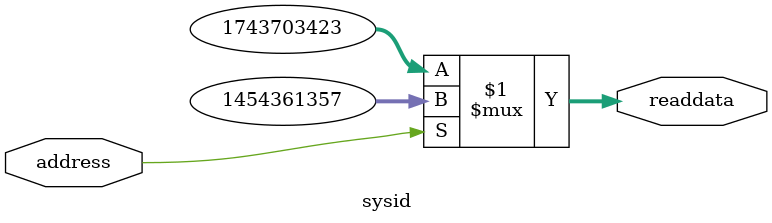
<source format=v>

`timescale 1ns / 1ps
// synthesis translate_on

// turn off superfluous verilog processor warnings 
// altera message_level Level1 
// altera message_off 10034 10035 10036 10037 10230 10240 10030 

module sysid (
               // inputs:
                address,

               // outputs:
                readdata
             )
;

  output  [ 31: 0] readdata;
  input            address;

  wire    [ 31: 0] readdata;
  //control_slave, which is an e_avalon_slave
  assign readdata = address ? 1454361357 : 1743703423;

endmodule


</source>
